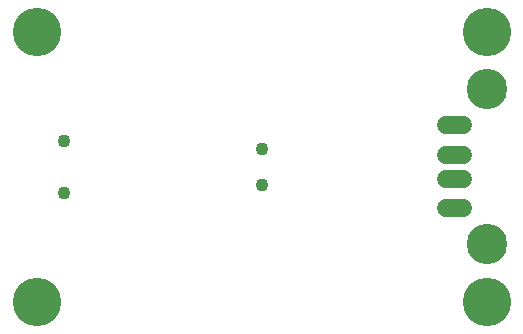
<source format=gbr>
G04 EAGLE Gerber RS-274X export*
G75*
%MOMM*%
%FSLAX34Y34*%
%LPD*%
%INSoldermask Bottom*%
%IPPOS*%
%AMOC8*
5,1,8,0,0,1.08239X$1,22.5*%
G01*
%ADD10C,1.559600*%
%ADD11C,3.417600*%
%ADD12C,4.101600*%
%ADD13C,1.101600*%


D10*
X399290Y142400D02*
X384710Y142400D01*
X384710Y162400D02*
X399290Y162400D01*
X399290Y117400D02*
X384710Y117400D01*
X384710Y187400D02*
X399290Y187400D01*
D11*
X419100Y86700D03*
X419100Y218100D03*
D12*
X419100Y266700D03*
X38100Y38100D03*
X38100Y266700D03*
X419100Y38100D03*
D13*
X60800Y174400D03*
X60800Y130400D03*
X228600Y167400D03*
X228600Y137400D03*
M02*

</source>
